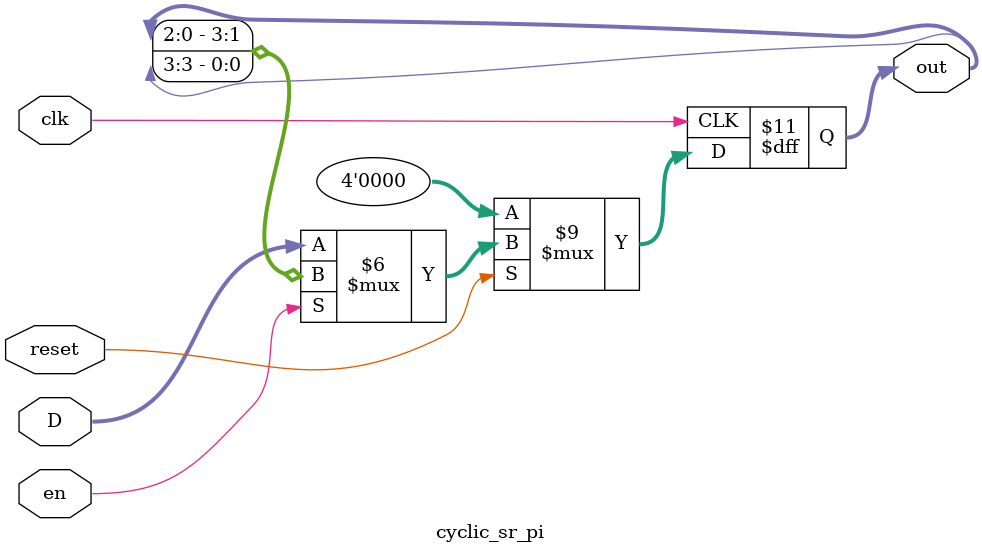
<source format=v>
module cyclic_sr_pi(
    input [3:0]D,
    input reset,
    input clk,
    input en,
    output reg [3:0]out = 4'b0000
);

always @(posedge clk) begin
    if(~reset)//reset - active low
        out <= 0;
    else if(~en)//enable - (0 - load) and (1 - shift) so load
        out <= D;//at posedge clk , the input will be processed to output and will
        //also be stored in the FFs
    else//shift
        out <= {out[2:0],out[3]};//rearranging the bits
end


endmodule 



</source>
